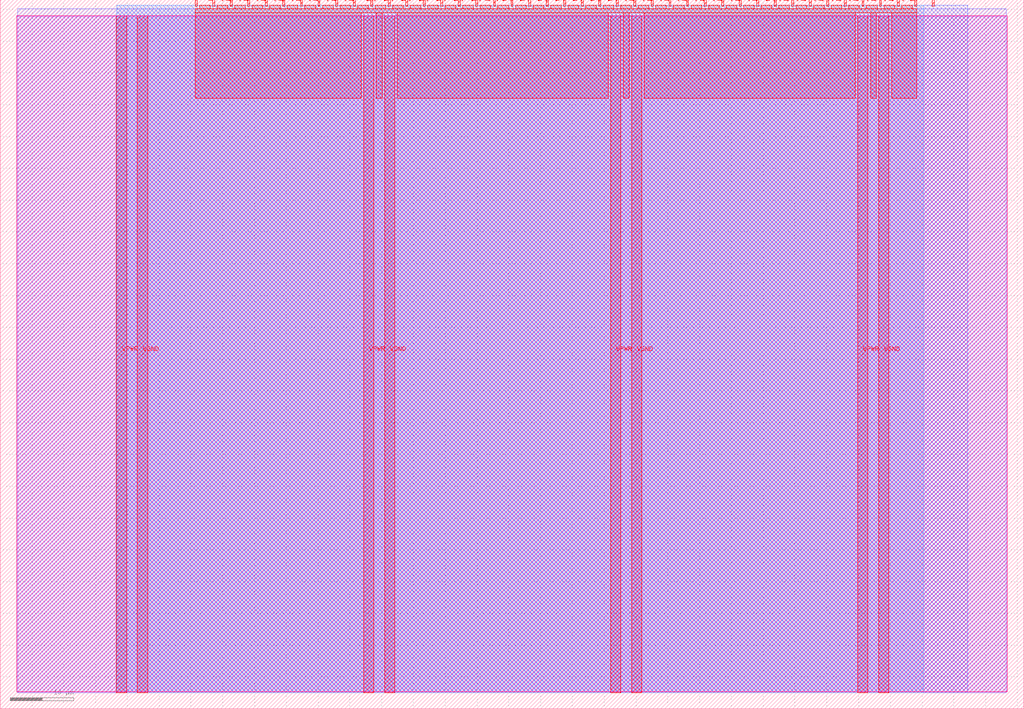
<source format=lef>
VERSION 5.7 ;
  NOWIREEXTENSIONATPIN ON ;
  DIVIDERCHAR "/" ;
  BUSBITCHARS "[]" ;
MACRO tt_um_juarez_jimenez
  CLASS BLOCK ;
  FOREIGN tt_um_juarez_jimenez ;
  ORIGIN 0.000 0.000 ;
  SIZE 161.000 BY 111.520 ;
  PIN VGND
    DIRECTION INOUT ;
    USE GROUND ;
    PORT
      LAYER met4 ;
        RECT 21.580 2.480 23.180 109.040 ;
    END
    PORT
      LAYER met4 ;
        RECT 60.450 2.480 62.050 109.040 ;
    END
    PORT
      LAYER met4 ;
        RECT 99.320 2.480 100.920 109.040 ;
    END
    PORT
      LAYER met4 ;
        RECT 138.190 2.480 139.790 109.040 ;
    END
  END VGND
  PIN VPWR
    DIRECTION INOUT ;
    USE POWER ;
    PORT
      LAYER met4 ;
        RECT 18.280 2.480 19.880 109.040 ;
    END
    PORT
      LAYER met4 ;
        RECT 57.150 2.480 58.750 109.040 ;
    END
    PORT
      LAYER met4 ;
        RECT 96.020 2.480 97.620 109.040 ;
    END
    PORT
      LAYER met4 ;
        RECT 134.890 2.480 136.490 109.040 ;
    END
  END VPWR
  PIN clk
    DIRECTION INPUT ;
    USE SIGNAL ;
    ANTENNAGATEAREA 0.852000 ;
    PORT
      LAYER met4 ;
        RECT 143.830 110.520 144.130 111.520 ;
    END
  END clk
  PIN ena
    DIRECTION INPUT ;
    USE SIGNAL ;
    PORT
      LAYER met4 ;
        RECT 146.590 110.520 146.890 111.520 ;
    END
  END ena
  PIN rst_n
    DIRECTION INPUT ;
    USE SIGNAL ;
    ANTENNAGATEAREA 0.196500 ;
    PORT
      LAYER met4 ;
        RECT 141.070 110.520 141.370 111.520 ;
    END
  END rst_n
  PIN ui_in[0]
    DIRECTION INPUT ;
    USE SIGNAL ;
    ANTENNAGATEAREA 0.196500 ;
    PORT
      LAYER met4 ;
        RECT 138.310 110.520 138.610 111.520 ;
    END
  END ui_in[0]
  PIN ui_in[1]
    DIRECTION INPUT ;
    USE SIGNAL ;
    ANTENNAGATEAREA 0.196500 ;
    PORT
      LAYER met4 ;
        RECT 135.550 110.520 135.850 111.520 ;
    END
  END ui_in[1]
  PIN ui_in[2]
    DIRECTION INPUT ;
    USE SIGNAL ;
    ANTENNAGATEAREA 0.196500 ;
    PORT
      LAYER met4 ;
        RECT 132.790 110.520 133.090 111.520 ;
    END
  END ui_in[2]
  PIN ui_in[3]
    DIRECTION INPUT ;
    USE SIGNAL ;
    ANTENNAGATEAREA 0.196500 ;
    PORT
      LAYER met4 ;
        RECT 130.030 110.520 130.330 111.520 ;
    END
  END ui_in[3]
  PIN ui_in[4]
    DIRECTION INPUT ;
    USE SIGNAL ;
    ANTENNAGATEAREA 0.196500 ;
    PORT
      LAYER met4 ;
        RECT 127.270 110.520 127.570 111.520 ;
    END
  END ui_in[4]
  PIN ui_in[5]
    DIRECTION INPUT ;
    USE SIGNAL ;
    ANTENNAGATEAREA 0.196500 ;
    PORT
      LAYER met4 ;
        RECT 124.510 110.520 124.810 111.520 ;
    END
  END ui_in[5]
  PIN ui_in[6]
    DIRECTION INPUT ;
    USE SIGNAL ;
    ANTENNAGATEAREA 0.196500 ;
    PORT
      LAYER met4 ;
        RECT 121.750 110.520 122.050 111.520 ;
    END
  END ui_in[6]
  PIN ui_in[7]
    DIRECTION INPUT ;
    USE SIGNAL ;
    ANTENNAGATEAREA 0.196500 ;
    PORT
      LAYER met4 ;
        RECT 118.990 110.520 119.290 111.520 ;
    END
  END ui_in[7]
  PIN uio_in[0]
    DIRECTION INPUT ;
    USE SIGNAL ;
    PORT
      LAYER met4 ;
        RECT 116.230 110.520 116.530 111.520 ;
    END
  END uio_in[0]
  PIN uio_in[1]
    DIRECTION INPUT ;
    USE SIGNAL ;
    PORT
      LAYER met4 ;
        RECT 113.470 110.520 113.770 111.520 ;
    END
  END uio_in[1]
  PIN uio_in[2]
    DIRECTION INPUT ;
    USE SIGNAL ;
    PORT
      LAYER met4 ;
        RECT 110.710 110.520 111.010 111.520 ;
    END
  END uio_in[2]
  PIN uio_in[3]
    DIRECTION INPUT ;
    USE SIGNAL ;
    PORT
      LAYER met4 ;
        RECT 107.950 110.520 108.250 111.520 ;
    END
  END uio_in[3]
  PIN uio_in[4]
    DIRECTION INPUT ;
    USE SIGNAL ;
    PORT
      LAYER met4 ;
        RECT 105.190 110.520 105.490 111.520 ;
    END
  END uio_in[4]
  PIN uio_in[5]
    DIRECTION INPUT ;
    USE SIGNAL ;
    PORT
      LAYER met4 ;
        RECT 102.430 110.520 102.730 111.520 ;
    END
  END uio_in[5]
  PIN uio_in[6]
    DIRECTION INPUT ;
    USE SIGNAL ;
    PORT
      LAYER met4 ;
        RECT 99.670 110.520 99.970 111.520 ;
    END
  END uio_in[6]
  PIN uio_in[7]
    DIRECTION INPUT ;
    USE SIGNAL ;
    PORT
      LAYER met4 ;
        RECT 96.910 110.520 97.210 111.520 ;
    END
  END uio_in[7]
  PIN uio_oe[0]
    DIRECTION OUTPUT ;
    USE SIGNAL ;
    PORT
      LAYER met4 ;
        RECT 49.990 110.520 50.290 111.520 ;
    END
  END uio_oe[0]
  PIN uio_oe[1]
    DIRECTION OUTPUT ;
    USE SIGNAL ;
    PORT
      LAYER met4 ;
        RECT 47.230 110.520 47.530 111.520 ;
    END
  END uio_oe[1]
  PIN uio_oe[2]
    DIRECTION OUTPUT ;
    USE SIGNAL ;
    PORT
      LAYER met4 ;
        RECT 44.470 110.520 44.770 111.520 ;
    END
  END uio_oe[2]
  PIN uio_oe[3]
    DIRECTION OUTPUT ;
    USE SIGNAL ;
    PORT
      LAYER met4 ;
        RECT 41.710 110.520 42.010 111.520 ;
    END
  END uio_oe[3]
  PIN uio_oe[4]
    DIRECTION OUTPUT ;
    USE SIGNAL ;
    PORT
      LAYER met4 ;
        RECT 38.950 110.520 39.250 111.520 ;
    END
  END uio_oe[4]
  PIN uio_oe[5]
    DIRECTION OUTPUT ;
    USE SIGNAL ;
    PORT
      LAYER met4 ;
        RECT 36.190 110.520 36.490 111.520 ;
    END
  END uio_oe[5]
  PIN uio_oe[6]
    DIRECTION OUTPUT ;
    USE SIGNAL ;
    PORT
      LAYER met4 ;
        RECT 33.430 110.520 33.730 111.520 ;
    END
  END uio_oe[6]
  PIN uio_oe[7]
    DIRECTION OUTPUT ;
    USE SIGNAL ;
    PORT
      LAYER met4 ;
        RECT 30.670 110.520 30.970 111.520 ;
    END
  END uio_oe[7]
  PIN uio_out[0]
    DIRECTION OUTPUT ;
    USE SIGNAL ;
    PORT
      LAYER met4 ;
        RECT 72.070 110.520 72.370 111.520 ;
    END
  END uio_out[0]
  PIN uio_out[1]
    DIRECTION OUTPUT ;
    USE SIGNAL ;
    PORT
      LAYER met4 ;
        RECT 69.310 110.520 69.610 111.520 ;
    END
  END uio_out[1]
  PIN uio_out[2]
    DIRECTION OUTPUT ;
    USE SIGNAL ;
    PORT
      LAYER met4 ;
        RECT 66.550 110.520 66.850 111.520 ;
    END
  END uio_out[2]
  PIN uio_out[3]
    DIRECTION OUTPUT ;
    USE SIGNAL ;
    PORT
      LAYER met4 ;
        RECT 63.790 110.520 64.090 111.520 ;
    END
  END uio_out[3]
  PIN uio_out[4]
    DIRECTION OUTPUT ;
    USE SIGNAL ;
    PORT
      LAYER met4 ;
        RECT 61.030 110.520 61.330 111.520 ;
    END
  END uio_out[4]
  PIN uio_out[5]
    DIRECTION OUTPUT ;
    USE SIGNAL ;
    PORT
      LAYER met4 ;
        RECT 58.270 110.520 58.570 111.520 ;
    END
  END uio_out[5]
  PIN uio_out[6]
    DIRECTION OUTPUT ;
    USE SIGNAL ;
    PORT
      LAYER met4 ;
        RECT 55.510 110.520 55.810 111.520 ;
    END
  END uio_out[6]
  PIN uio_out[7]
    DIRECTION OUTPUT ;
    USE SIGNAL ;
    PORT
      LAYER met4 ;
        RECT 52.750 110.520 53.050 111.520 ;
    END
  END uio_out[7]
  PIN uo_out[0]
    DIRECTION OUTPUT ;
    USE SIGNAL ;
    ANTENNADIFFAREA 0.795200 ;
    PORT
      LAYER met4 ;
        RECT 94.150 110.520 94.450 111.520 ;
    END
  END uo_out[0]
  PIN uo_out[1]
    DIRECTION OUTPUT ;
    USE SIGNAL ;
    ANTENNADIFFAREA 0.445500 ;
    PORT
      LAYER met4 ;
        RECT 91.390 110.520 91.690 111.520 ;
    END
  END uo_out[1]
  PIN uo_out[2]
    DIRECTION OUTPUT ;
    USE SIGNAL ;
    ANTENNADIFFAREA 0.445500 ;
    PORT
      LAYER met4 ;
        RECT 88.630 110.520 88.930 111.520 ;
    END
  END uo_out[2]
  PIN uo_out[3]
    DIRECTION OUTPUT ;
    USE SIGNAL ;
    ANTENNADIFFAREA 0.445500 ;
    PORT
      LAYER met4 ;
        RECT 85.870 110.520 86.170 111.520 ;
    END
  END uo_out[3]
  PIN uo_out[4]
    DIRECTION OUTPUT ;
    USE SIGNAL ;
    ANTENNADIFFAREA 0.795200 ;
    PORT
      LAYER met4 ;
        RECT 83.110 110.520 83.410 111.520 ;
    END
  END uo_out[4]
  PIN uo_out[5]
    DIRECTION OUTPUT ;
    USE SIGNAL ;
    ANTENNADIFFAREA 0.445500 ;
    PORT
      LAYER met4 ;
        RECT 80.350 110.520 80.650 111.520 ;
    END
  END uo_out[5]
  PIN uo_out[6]
    DIRECTION OUTPUT ;
    USE SIGNAL ;
    ANTENNADIFFAREA 0.445500 ;
    PORT
      LAYER met4 ;
        RECT 77.590 110.520 77.890 111.520 ;
    END
  END uo_out[6]
  PIN uo_out[7]
    DIRECTION OUTPUT ;
    USE SIGNAL ;
    ANTENNADIFFAREA 0.445500 ;
    PORT
      LAYER met4 ;
        RECT 74.830 110.520 75.130 111.520 ;
    END
  END uo_out[7]
  OBS
      LAYER nwell ;
        RECT 2.570 2.635 158.430 108.990 ;
      LAYER li1 ;
        RECT 2.760 2.635 158.240 108.885 ;
      LAYER met1 ;
        RECT 2.760 2.480 158.240 110.120 ;
      LAYER met2 ;
        RECT 18.310 2.535 152.160 110.685 ;
      LAYER met3 ;
        RECT 18.290 2.555 145.295 110.665 ;
      LAYER met4 ;
        RECT 31.370 110.120 33.030 110.665 ;
        RECT 34.130 110.120 35.790 110.665 ;
        RECT 36.890 110.120 38.550 110.665 ;
        RECT 39.650 110.120 41.310 110.665 ;
        RECT 42.410 110.120 44.070 110.665 ;
        RECT 45.170 110.120 46.830 110.665 ;
        RECT 47.930 110.120 49.590 110.665 ;
        RECT 50.690 110.120 52.350 110.665 ;
        RECT 53.450 110.120 55.110 110.665 ;
        RECT 56.210 110.120 57.870 110.665 ;
        RECT 58.970 110.120 60.630 110.665 ;
        RECT 61.730 110.120 63.390 110.665 ;
        RECT 64.490 110.120 66.150 110.665 ;
        RECT 67.250 110.120 68.910 110.665 ;
        RECT 70.010 110.120 71.670 110.665 ;
        RECT 72.770 110.120 74.430 110.665 ;
        RECT 75.530 110.120 77.190 110.665 ;
        RECT 78.290 110.120 79.950 110.665 ;
        RECT 81.050 110.120 82.710 110.665 ;
        RECT 83.810 110.120 85.470 110.665 ;
        RECT 86.570 110.120 88.230 110.665 ;
        RECT 89.330 110.120 90.990 110.665 ;
        RECT 92.090 110.120 93.750 110.665 ;
        RECT 94.850 110.120 96.510 110.665 ;
        RECT 97.610 110.120 99.270 110.665 ;
        RECT 100.370 110.120 102.030 110.665 ;
        RECT 103.130 110.120 104.790 110.665 ;
        RECT 105.890 110.120 107.550 110.665 ;
        RECT 108.650 110.120 110.310 110.665 ;
        RECT 111.410 110.120 113.070 110.665 ;
        RECT 114.170 110.120 115.830 110.665 ;
        RECT 116.930 110.120 118.590 110.665 ;
        RECT 119.690 110.120 121.350 110.665 ;
        RECT 122.450 110.120 124.110 110.665 ;
        RECT 125.210 110.120 126.870 110.665 ;
        RECT 127.970 110.120 129.630 110.665 ;
        RECT 130.730 110.120 132.390 110.665 ;
        RECT 133.490 110.120 135.150 110.665 ;
        RECT 136.250 110.120 137.910 110.665 ;
        RECT 139.010 110.120 140.670 110.665 ;
        RECT 141.770 110.120 143.430 110.665 ;
        RECT 30.655 109.440 144.145 110.120 ;
        RECT 30.655 96.055 56.750 109.440 ;
        RECT 59.150 96.055 60.050 109.440 ;
        RECT 62.450 96.055 95.620 109.440 ;
        RECT 98.020 96.055 98.920 109.440 ;
        RECT 101.320 96.055 134.490 109.440 ;
        RECT 136.890 96.055 137.790 109.440 ;
        RECT 140.190 96.055 144.145 109.440 ;
  END
END tt_um_juarez_jimenez
END LIBRARY


</source>
